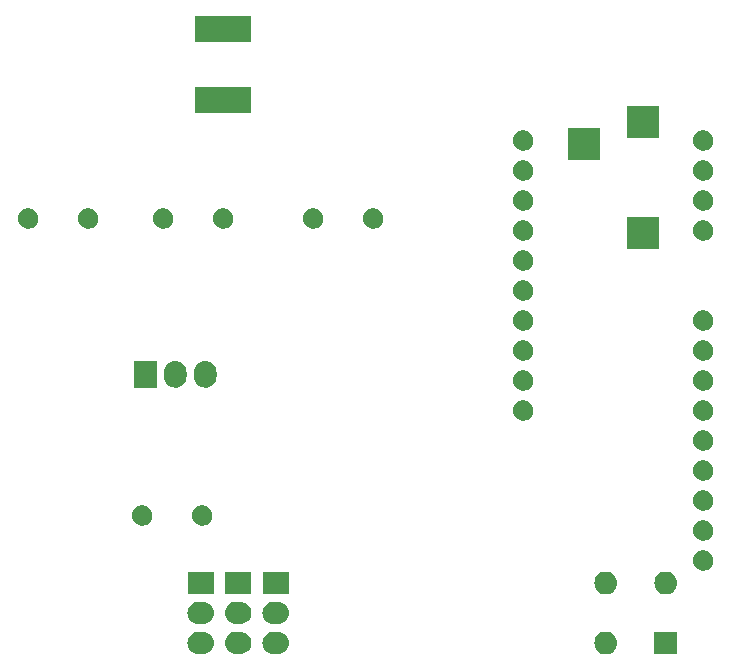
<source format=gts>
G04 #@! TF.FileFunction,Soldermask,Top*
%FSLAX46Y46*%
G04 Gerber Fmt 4.6, Leading zero omitted, Abs format (unit mm)*
G04 Created by KiCad (PCBNEW 4.0.1-stable) date 2016/06/15 21:34:56*
%MOMM*%
G01*
G04 APERTURE LIST*
%ADD10C,0.100000*%
G04 APERTURE END LIST*
D10*
G36*
X148059810Y-137710012D02*
X148059819Y-137710015D01*
X148059859Y-137710019D01*
X148239510Y-137765631D01*
X148404938Y-137855077D01*
X148549842Y-137974952D01*
X148668703Y-138120690D01*
X148756993Y-138286739D01*
X148811348Y-138466774D01*
X148829700Y-138653938D01*
X148829700Y-138663262D01*
X148829606Y-138676716D01*
X148808643Y-138863606D01*
X148751779Y-139042864D01*
X148661179Y-139207664D01*
X148540296Y-139351728D01*
X148393732Y-139469568D01*
X148227071Y-139556696D01*
X148046661Y-139609794D01*
X148046622Y-139609798D01*
X148046614Y-139609800D01*
X147859375Y-139626841D01*
X147672390Y-139607188D01*
X147672381Y-139607185D01*
X147672341Y-139607181D01*
X147492690Y-139551569D01*
X147327262Y-139462123D01*
X147182358Y-139342248D01*
X147063497Y-139196510D01*
X146975207Y-139030461D01*
X146920852Y-138850426D01*
X146902500Y-138663262D01*
X146902500Y-138653938D01*
X146902594Y-138640484D01*
X146923557Y-138453594D01*
X146980421Y-138274336D01*
X147071021Y-138109536D01*
X147191904Y-137965472D01*
X147338468Y-137847632D01*
X147505129Y-137760504D01*
X147685539Y-137707406D01*
X147685578Y-137707402D01*
X147685586Y-137707400D01*
X147872825Y-137690359D01*
X148059810Y-137710012D01*
X148059810Y-137710012D01*
G37*
G36*
X153909700Y-139622200D02*
X151982500Y-139622200D01*
X151982500Y-137695000D01*
X153909700Y-137695000D01*
X153909700Y-139622200D01*
X153909700Y-139622200D01*
G37*
G36*
X120091158Y-137695051D02*
X120097354Y-137695094D01*
X120284244Y-137716057D01*
X120463502Y-137772921D01*
X120628302Y-137863521D01*
X120772366Y-137984404D01*
X120890206Y-138130968D01*
X120977334Y-138297629D01*
X121030432Y-138478039D01*
X121030436Y-138478078D01*
X121030438Y-138478086D01*
X121047479Y-138665325D01*
X121027826Y-138852310D01*
X121027823Y-138852319D01*
X121027819Y-138852359D01*
X120972207Y-139032010D01*
X120882761Y-139197438D01*
X120762886Y-139342342D01*
X120617148Y-139461203D01*
X120451099Y-139549493D01*
X120271064Y-139603848D01*
X120083900Y-139622200D01*
X119768265Y-139622200D01*
X119761042Y-139622149D01*
X119754846Y-139622106D01*
X119567956Y-139601143D01*
X119388698Y-139544279D01*
X119223898Y-139453679D01*
X119079834Y-139332796D01*
X118961994Y-139186232D01*
X118874866Y-139019571D01*
X118821768Y-138839161D01*
X118821764Y-138839122D01*
X118821762Y-138839114D01*
X118804721Y-138651875D01*
X118824374Y-138464890D01*
X118824377Y-138464881D01*
X118824381Y-138464841D01*
X118879993Y-138285190D01*
X118969439Y-138119762D01*
X119089314Y-137974858D01*
X119235052Y-137855997D01*
X119401101Y-137767707D01*
X119581136Y-137713352D01*
X119768300Y-137695000D01*
X120083935Y-137695000D01*
X120091158Y-137695051D01*
X120091158Y-137695051D01*
G37*
G36*
X113741158Y-137695051D02*
X113747354Y-137695094D01*
X113934244Y-137716057D01*
X114113502Y-137772921D01*
X114278302Y-137863521D01*
X114422366Y-137984404D01*
X114540206Y-138130968D01*
X114627334Y-138297629D01*
X114680432Y-138478039D01*
X114680436Y-138478078D01*
X114680438Y-138478086D01*
X114697479Y-138665325D01*
X114677826Y-138852310D01*
X114677823Y-138852319D01*
X114677819Y-138852359D01*
X114622207Y-139032010D01*
X114532761Y-139197438D01*
X114412886Y-139342342D01*
X114267148Y-139461203D01*
X114101099Y-139549493D01*
X113921064Y-139603848D01*
X113733900Y-139622200D01*
X113418265Y-139622200D01*
X113411042Y-139622149D01*
X113404846Y-139622106D01*
X113217956Y-139601143D01*
X113038698Y-139544279D01*
X112873898Y-139453679D01*
X112729834Y-139332796D01*
X112611994Y-139186232D01*
X112524866Y-139019571D01*
X112471768Y-138839161D01*
X112471764Y-138839122D01*
X112471762Y-138839114D01*
X112454721Y-138651875D01*
X112474374Y-138464890D01*
X112474377Y-138464881D01*
X112474381Y-138464841D01*
X112529993Y-138285190D01*
X112619439Y-138119762D01*
X112739314Y-137974858D01*
X112885052Y-137855997D01*
X113051101Y-137767707D01*
X113231136Y-137713352D01*
X113418300Y-137695000D01*
X113733935Y-137695000D01*
X113741158Y-137695051D01*
X113741158Y-137695051D01*
G37*
G36*
X116916158Y-137695051D02*
X116922354Y-137695094D01*
X117109244Y-137716057D01*
X117288502Y-137772921D01*
X117453302Y-137863521D01*
X117597366Y-137984404D01*
X117715206Y-138130968D01*
X117802334Y-138297629D01*
X117855432Y-138478039D01*
X117855436Y-138478078D01*
X117855438Y-138478086D01*
X117872479Y-138665325D01*
X117852826Y-138852310D01*
X117852823Y-138852319D01*
X117852819Y-138852359D01*
X117797207Y-139032010D01*
X117707761Y-139197438D01*
X117587886Y-139342342D01*
X117442148Y-139461203D01*
X117276099Y-139549493D01*
X117096064Y-139603848D01*
X116908900Y-139622200D01*
X116593265Y-139622200D01*
X116586042Y-139622149D01*
X116579846Y-139622106D01*
X116392956Y-139601143D01*
X116213698Y-139544279D01*
X116048898Y-139453679D01*
X115904834Y-139332796D01*
X115786994Y-139186232D01*
X115699866Y-139019571D01*
X115646768Y-138839161D01*
X115646764Y-138839122D01*
X115646762Y-138839114D01*
X115629721Y-138651875D01*
X115649374Y-138464890D01*
X115649377Y-138464881D01*
X115649381Y-138464841D01*
X115704993Y-138285190D01*
X115794439Y-138119762D01*
X115914314Y-137974858D01*
X116060052Y-137855997D01*
X116226101Y-137767707D01*
X116406136Y-137713352D01*
X116593300Y-137695000D01*
X116908935Y-137695000D01*
X116916158Y-137695051D01*
X116916158Y-137695051D01*
G37*
G36*
X120091158Y-135155051D02*
X120097354Y-135155094D01*
X120284244Y-135176057D01*
X120463502Y-135232921D01*
X120628302Y-135323521D01*
X120772366Y-135444404D01*
X120890206Y-135590968D01*
X120977334Y-135757629D01*
X121030432Y-135938039D01*
X121030436Y-135938078D01*
X121030438Y-135938086D01*
X121047479Y-136125325D01*
X121027826Y-136312310D01*
X121027823Y-136312319D01*
X121027819Y-136312359D01*
X120972207Y-136492010D01*
X120882761Y-136657438D01*
X120762886Y-136802342D01*
X120617148Y-136921203D01*
X120451099Y-137009493D01*
X120271064Y-137063848D01*
X120083900Y-137082200D01*
X119768265Y-137082200D01*
X119761042Y-137082149D01*
X119754846Y-137082106D01*
X119567956Y-137061143D01*
X119388698Y-137004279D01*
X119223898Y-136913679D01*
X119079834Y-136792796D01*
X118961994Y-136646232D01*
X118874866Y-136479571D01*
X118821768Y-136299161D01*
X118821764Y-136299122D01*
X118821762Y-136299114D01*
X118804721Y-136111875D01*
X118824374Y-135924890D01*
X118824377Y-135924881D01*
X118824381Y-135924841D01*
X118879993Y-135745190D01*
X118969439Y-135579762D01*
X119089314Y-135434858D01*
X119235052Y-135315997D01*
X119401101Y-135227707D01*
X119581136Y-135173352D01*
X119768300Y-135155000D01*
X120083935Y-135155000D01*
X120091158Y-135155051D01*
X120091158Y-135155051D01*
G37*
G36*
X116916158Y-135155051D02*
X116922354Y-135155094D01*
X117109244Y-135176057D01*
X117288502Y-135232921D01*
X117453302Y-135323521D01*
X117597366Y-135444404D01*
X117715206Y-135590968D01*
X117802334Y-135757629D01*
X117855432Y-135938039D01*
X117855436Y-135938078D01*
X117855438Y-135938086D01*
X117872479Y-136125325D01*
X117852826Y-136312310D01*
X117852823Y-136312319D01*
X117852819Y-136312359D01*
X117797207Y-136492010D01*
X117707761Y-136657438D01*
X117587886Y-136802342D01*
X117442148Y-136921203D01*
X117276099Y-137009493D01*
X117096064Y-137063848D01*
X116908900Y-137082200D01*
X116593265Y-137082200D01*
X116586042Y-137082149D01*
X116579846Y-137082106D01*
X116392956Y-137061143D01*
X116213698Y-137004279D01*
X116048898Y-136913679D01*
X115904834Y-136792796D01*
X115786994Y-136646232D01*
X115699866Y-136479571D01*
X115646768Y-136299161D01*
X115646764Y-136299122D01*
X115646762Y-136299114D01*
X115629721Y-136111875D01*
X115649374Y-135924890D01*
X115649377Y-135924881D01*
X115649381Y-135924841D01*
X115704993Y-135745190D01*
X115794439Y-135579762D01*
X115914314Y-135434858D01*
X116060052Y-135315997D01*
X116226101Y-135227707D01*
X116406136Y-135173352D01*
X116593300Y-135155000D01*
X116908935Y-135155000D01*
X116916158Y-135155051D01*
X116916158Y-135155051D01*
G37*
G36*
X113741158Y-135155051D02*
X113747354Y-135155094D01*
X113934244Y-135176057D01*
X114113502Y-135232921D01*
X114278302Y-135323521D01*
X114422366Y-135444404D01*
X114540206Y-135590968D01*
X114627334Y-135757629D01*
X114680432Y-135938039D01*
X114680436Y-135938078D01*
X114680438Y-135938086D01*
X114697479Y-136125325D01*
X114677826Y-136312310D01*
X114677823Y-136312319D01*
X114677819Y-136312359D01*
X114622207Y-136492010D01*
X114532761Y-136657438D01*
X114412886Y-136802342D01*
X114267148Y-136921203D01*
X114101099Y-137009493D01*
X113921064Y-137063848D01*
X113733900Y-137082200D01*
X113418265Y-137082200D01*
X113411042Y-137082149D01*
X113404846Y-137082106D01*
X113217956Y-137061143D01*
X113038698Y-137004279D01*
X112873898Y-136913679D01*
X112729834Y-136792796D01*
X112611994Y-136646232D01*
X112524866Y-136479571D01*
X112471768Y-136299161D01*
X112471764Y-136299122D01*
X112471762Y-136299114D01*
X112454721Y-136111875D01*
X112474374Y-135924890D01*
X112474377Y-135924881D01*
X112474381Y-135924841D01*
X112529993Y-135745190D01*
X112619439Y-135579762D01*
X112739314Y-135434858D01*
X112885052Y-135315997D01*
X113051101Y-135227707D01*
X113231136Y-135173352D01*
X113418300Y-135155000D01*
X113733935Y-135155000D01*
X113741158Y-135155051D01*
X113741158Y-135155051D01*
G37*
G36*
X148059810Y-132630012D02*
X148059819Y-132630015D01*
X148059859Y-132630019D01*
X148239510Y-132685631D01*
X148404938Y-132775077D01*
X148549842Y-132894952D01*
X148668703Y-133040690D01*
X148756993Y-133206739D01*
X148811348Y-133386774D01*
X148829700Y-133573938D01*
X148829700Y-133583262D01*
X148829606Y-133596716D01*
X148808643Y-133783606D01*
X148751779Y-133962864D01*
X148661179Y-134127664D01*
X148540296Y-134271728D01*
X148393732Y-134389568D01*
X148227071Y-134476696D01*
X148046661Y-134529794D01*
X148046622Y-134529798D01*
X148046614Y-134529800D01*
X147859375Y-134546841D01*
X147672390Y-134527188D01*
X147672381Y-134527185D01*
X147672341Y-134527181D01*
X147492690Y-134471569D01*
X147327262Y-134382123D01*
X147182358Y-134262248D01*
X147063497Y-134116510D01*
X146975207Y-133950461D01*
X146920852Y-133770426D01*
X146902500Y-133583262D01*
X146902500Y-133573938D01*
X146902594Y-133560484D01*
X146923557Y-133373594D01*
X146980421Y-133194336D01*
X147071021Y-133029536D01*
X147191904Y-132885472D01*
X147338468Y-132767632D01*
X147505129Y-132680504D01*
X147685539Y-132627406D01*
X147685578Y-132627402D01*
X147685586Y-132627400D01*
X147872825Y-132610359D01*
X148059810Y-132630012D01*
X148059810Y-132630012D01*
G37*
G36*
X153139810Y-132630012D02*
X153139819Y-132630015D01*
X153139859Y-132630019D01*
X153319510Y-132685631D01*
X153484938Y-132775077D01*
X153629842Y-132894952D01*
X153748703Y-133040690D01*
X153836993Y-133206739D01*
X153891348Y-133386774D01*
X153909700Y-133573938D01*
X153909700Y-133583262D01*
X153909606Y-133596716D01*
X153888643Y-133783606D01*
X153831779Y-133962864D01*
X153741179Y-134127664D01*
X153620296Y-134271728D01*
X153473732Y-134389568D01*
X153307071Y-134476696D01*
X153126661Y-134529794D01*
X153126622Y-134529798D01*
X153126614Y-134529800D01*
X152939375Y-134546841D01*
X152752390Y-134527188D01*
X152752381Y-134527185D01*
X152752341Y-134527181D01*
X152572690Y-134471569D01*
X152407262Y-134382123D01*
X152262358Y-134262248D01*
X152143497Y-134116510D01*
X152055207Y-133950461D01*
X152000852Y-133770426D01*
X151982500Y-133583262D01*
X151982500Y-133573938D01*
X151982594Y-133560484D01*
X152003557Y-133373594D01*
X152060421Y-133194336D01*
X152151021Y-133029536D01*
X152271904Y-132885472D01*
X152418468Y-132767632D01*
X152585129Y-132680504D01*
X152765539Y-132627406D01*
X152765578Y-132627402D01*
X152765586Y-132627400D01*
X152952825Y-132610359D01*
X153139810Y-132630012D01*
X153139810Y-132630012D01*
G37*
G36*
X121042100Y-134542200D02*
X118810100Y-134542200D01*
X118810100Y-132615000D01*
X121042100Y-132615000D01*
X121042100Y-134542200D01*
X121042100Y-134542200D01*
G37*
G36*
X114692100Y-134542200D02*
X112460100Y-134542200D01*
X112460100Y-132615000D01*
X114692100Y-132615000D01*
X114692100Y-134542200D01*
X114692100Y-134542200D01*
G37*
G36*
X117867100Y-134542200D02*
X115635100Y-134542200D01*
X115635100Y-132615000D01*
X117867100Y-132615000D01*
X117867100Y-134542200D01*
X117867100Y-134542200D01*
G37*
G36*
X156211639Y-130812172D02*
X156377236Y-130846164D01*
X156533071Y-130911672D01*
X156673219Y-131006202D01*
X156792337Y-131126155D01*
X156885888Y-131266959D01*
X156950303Y-131423245D01*
X156983071Y-131588733D01*
X156983071Y-131588743D01*
X156983137Y-131589077D01*
X156980441Y-131782160D01*
X156980365Y-131782494D01*
X156980365Y-131782505D01*
X156942991Y-131947006D01*
X156874233Y-132101439D01*
X156776790Y-132239574D01*
X156654366Y-132356156D01*
X156511639Y-132446734D01*
X156354031Y-132507867D01*
X156187554Y-132537220D01*
X156018544Y-132533681D01*
X155853436Y-132497379D01*
X155698531Y-132429703D01*
X155559713Y-132333222D01*
X155442284Y-132211620D01*
X155350712Y-132069528D01*
X155288481Y-131912352D01*
X155257964Y-131746076D01*
X155260325Y-131577047D01*
X155295471Y-131411697D01*
X155362067Y-131256318D01*
X155457573Y-131116835D01*
X155578354Y-130998557D01*
X155719805Y-130905994D01*
X155876544Y-130842667D01*
X156042593Y-130810992D01*
X156211639Y-130812172D01*
X156211639Y-130812172D01*
G37*
G36*
X156211639Y-128272172D02*
X156377236Y-128306164D01*
X156533071Y-128371672D01*
X156673219Y-128466202D01*
X156792337Y-128586155D01*
X156885888Y-128726959D01*
X156950303Y-128883245D01*
X156983071Y-129048733D01*
X156983071Y-129048743D01*
X156983137Y-129049077D01*
X156980441Y-129242160D01*
X156980365Y-129242494D01*
X156980365Y-129242505D01*
X156942991Y-129407006D01*
X156874233Y-129561439D01*
X156776790Y-129699574D01*
X156654366Y-129816156D01*
X156511639Y-129906734D01*
X156354031Y-129967867D01*
X156187554Y-129997220D01*
X156018544Y-129993681D01*
X155853436Y-129957379D01*
X155698531Y-129889703D01*
X155559713Y-129793222D01*
X155442284Y-129671620D01*
X155350712Y-129529528D01*
X155288481Y-129372352D01*
X155257964Y-129206076D01*
X155260325Y-129037047D01*
X155295471Y-128871697D01*
X155362067Y-128716318D01*
X155457573Y-128576835D01*
X155578354Y-128458557D01*
X155719805Y-128365994D01*
X155876544Y-128302667D01*
X156042593Y-128270992D01*
X156211639Y-128272172D01*
X156211639Y-128272172D01*
G37*
G36*
X113793639Y-127002172D02*
X113959236Y-127036164D01*
X114115071Y-127101672D01*
X114255219Y-127196202D01*
X114374337Y-127316155D01*
X114467888Y-127456959D01*
X114532303Y-127613245D01*
X114565071Y-127778733D01*
X114565071Y-127778743D01*
X114565137Y-127779077D01*
X114562441Y-127972160D01*
X114562365Y-127972494D01*
X114562365Y-127972505D01*
X114524991Y-128137006D01*
X114456233Y-128291439D01*
X114358790Y-128429574D01*
X114236366Y-128546156D01*
X114093639Y-128636734D01*
X113936031Y-128697867D01*
X113769554Y-128727220D01*
X113600544Y-128723681D01*
X113435436Y-128687379D01*
X113280531Y-128619703D01*
X113141713Y-128523222D01*
X113024284Y-128401620D01*
X112932712Y-128259528D01*
X112870481Y-128102352D01*
X112839964Y-127936076D01*
X112842325Y-127767047D01*
X112877471Y-127601697D01*
X112944067Y-127446318D01*
X113039573Y-127306835D01*
X113160354Y-127188557D01*
X113301805Y-127095994D01*
X113458544Y-127032667D01*
X113624593Y-127000992D01*
X113793639Y-127002172D01*
X113793639Y-127002172D01*
G37*
G36*
X108713639Y-127002172D02*
X108879236Y-127036164D01*
X109035071Y-127101672D01*
X109175219Y-127196202D01*
X109294337Y-127316155D01*
X109387888Y-127456959D01*
X109452303Y-127613245D01*
X109485071Y-127778733D01*
X109485071Y-127778743D01*
X109485137Y-127779077D01*
X109482441Y-127972160D01*
X109482365Y-127972494D01*
X109482365Y-127972505D01*
X109444991Y-128137006D01*
X109376233Y-128291439D01*
X109278790Y-128429574D01*
X109156366Y-128546156D01*
X109013639Y-128636734D01*
X108856031Y-128697867D01*
X108689554Y-128727220D01*
X108520544Y-128723681D01*
X108355436Y-128687379D01*
X108200531Y-128619703D01*
X108061713Y-128523222D01*
X107944284Y-128401620D01*
X107852712Y-128259528D01*
X107790481Y-128102352D01*
X107759964Y-127936076D01*
X107762325Y-127767047D01*
X107797471Y-127601697D01*
X107864067Y-127446318D01*
X107959573Y-127306835D01*
X108080354Y-127188557D01*
X108221805Y-127095994D01*
X108378544Y-127032667D01*
X108544593Y-127000992D01*
X108713639Y-127002172D01*
X108713639Y-127002172D01*
G37*
G36*
X156211639Y-125732172D02*
X156377236Y-125766164D01*
X156533071Y-125831672D01*
X156673219Y-125926202D01*
X156792337Y-126046155D01*
X156885888Y-126186959D01*
X156950303Y-126343245D01*
X156983071Y-126508733D01*
X156983071Y-126508743D01*
X156983137Y-126509077D01*
X156980441Y-126702160D01*
X156980365Y-126702494D01*
X156980365Y-126702505D01*
X156942991Y-126867006D01*
X156874233Y-127021439D01*
X156776790Y-127159574D01*
X156654366Y-127276156D01*
X156511639Y-127366734D01*
X156354031Y-127427867D01*
X156187554Y-127457220D01*
X156018544Y-127453681D01*
X155853436Y-127417379D01*
X155698531Y-127349703D01*
X155559713Y-127253222D01*
X155442284Y-127131620D01*
X155350712Y-126989528D01*
X155288481Y-126832352D01*
X155257964Y-126666076D01*
X155260325Y-126497047D01*
X155295471Y-126331697D01*
X155362067Y-126176318D01*
X155457573Y-126036835D01*
X155578354Y-125918557D01*
X155719805Y-125825994D01*
X155876544Y-125762667D01*
X156042593Y-125730992D01*
X156211639Y-125732172D01*
X156211639Y-125732172D01*
G37*
G36*
X156211639Y-123192172D02*
X156377236Y-123226164D01*
X156533071Y-123291672D01*
X156673219Y-123386202D01*
X156792337Y-123506155D01*
X156885888Y-123646959D01*
X156950303Y-123803245D01*
X156983071Y-123968733D01*
X156983071Y-123968743D01*
X156983137Y-123969077D01*
X156980441Y-124162160D01*
X156980365Y-124162494D01*
X156980365Y-124162505D01*
X156942991Y-124327006D01*
X156874233Y-124481439D01*
X156776790Y-124619574D01*
X156654366Y-124736156D01*
X156511639Y-124826734D01*
X156354031Y-124887867D01*
X156187554Y-124917220D01*
X156018544Y-124913681D01*
X155853436Y-124877379D01*
X155698531Y-124809703D01*
X155559713Y-124713222D01*
X155442284Y-124591620D01*
X155350712Y-124449528D01*
X155288481Y-124292352D01*
X155257964Y-124126076D01*
X155260325Y-123957047D01*
X155295471Y-123791697D01*
X155362067Y-123636318D01*
X155457573Y-123496835D01*
X155578354Y-123378557D01*
X155719805Y-123285994D01*
X155876544Y-123222667D01*
X156042593Y-123190992D01*
X156211639Y-123192172D01*
X156211639Y-123192172D01*
G37*
G36*
X156211639Y-120652172D02*
X156377236Y-120686164D01*
X156533071Y-120751672D01*
X156673219Y-120846202D01*
X156792337Y-120966155D01*
X156885888Y-121106959D01*
X156950303Y-121263245D01*
X156983071Y-121428733D01*
X156983071Y-121428743D01*
X156983137Y-121429077D01*
X156980441Y-121622160D01*
X156980365Y-121622494D01*
X156980365Y-121622505D01*
X156942991Y-121787006D01*
X156874233Y-121941439D01*
X156776790Y-122079574D01*
X156654366Y-122196156D01*
X156511639Y-122286734D01*
X156354031Y-122347867D01*
X156187554Y-122377220D01*
X156018544Y-122373681D01*
X155853436Y-122337379D01*
X155698531Y-122269703D01*
X155559713Y-122173222D01*
X155442284Y-122051620D01*
X155350712Y-121909528D01*
X155288481Y-121752352D01*
X155257964Y-121586076D01*
X155260325Y-121417047D01*
X155295471Y-121251697D01*
X155362067Y-121096318D01*
X155457573Y-120956835D01*
X155578354Y-120838557D01*
X155719805Y-120745994D01*
X155876544Y-120682667D01*
X156042593Y-120650992D01*
X156211639Y-120652172D01*
X156211639Y-120652172D01*
G37*
G36*
X140971639Y-118112172D02*
X141137236Y-118146164D01*
X141293071Y-118211672D01*
X141433219Y-118306202D01*
X141552337Y-118426155D01*
X141645888Y-118566959D01*
X141710303Y-118723245D01*
X141743071Y-118888733D01*
X141743071Y-118888743D01*
X141743137Y-118889077D01*
X141740441Y-119082160D01*
X141740365Y-119082494D01*
X141740365Y-119082505D01*
X141702991Y-119247006D01*
X141634233Y-119401439D01*
X141536790Y-119539574D01*
X141414366Y-119656156D01*
X141271639Y-119746734D01*
X141114031Y-119807867D01*
X140947554Y-119837220D01*
X140778544Y-119833681D01*
X140613436Y-119797379D01*
X140458531Y-119729703D01*
X140319713Y-119633222D01*
X140202284Y-119511620D01*
X140110712Y-119369528D01*
X140048481Y-119212352D01*
X140017964Y-119046076D01*
X140020325Y-118877047D01*
X140055471Y-118711697D01*
X140122067Y-118556318D01*
X140217573Y-118416835D01*
X140338354Y-118298557D01*
X140479805Y-118205994D01*
X140636544Y-118142667D01*
X140802593Y-118110992D01*
X140971639Y-118112172D01*
X140971639Y-118112172D01*
G37*
G36*
X156211639Y-118112172D02*
X156377236Y-118146164D01*
X156533071Y-118211672D01*
X156673219Y-118306202D01*
X156792337Y-118426155D01*
X156885888Y-118566959D01*
X156950303Y-118723245D01*
X156983071Y-118888733D01*
X156983071Y-118888743D01*
X156983137Y-118889077D01*
X156980441Y-119082160D01*
X156980365Y-119082494D01*
X156980365Y-119082505D01*
X156942991Y-119247006D01*
X156874233Y-119401439D01*
X156776790Y-119539574D01*
X156654366Y-119656156D01*
X156511639Y-119746734D01*
X156354031Y-119807867D01*
X156187554Y-119837220D01*
X156018544Y-119833681D01*
X155853436Y-119797379D01*
X155698531Y-119729703D01*
X155559713Y-119633222D01*
X155442284Y-119511620D01*
X155350712Y-119369528D01*
X155288481Y-119212352D01*
X155257964Y-119046076D01*
X155260325Y-118877047D01*
X155295471Y-118711697D01*
X155362067Y-118556318D01*
X155457573Y-118416835D01*
X155578354Y-118298557D01*
X155719805Y-118205994D01*
X155876544Y-118142667D01*
X156042593Y-118110992D01*
X156211639Y-118112172D01*
X156211639Y-118112172D01*
G37*
G36*
X140971639Y-115572172D02*
X141137236Y-115606164D01*
X141293071Y-115671672D01*
X141433219Y-115766202D01*
X141552337Y-115886155D01*
X141645888Y-116026959D01*
X141710303Y-116183245D01*
X141743071Y-116348733D01*
X141743071Y-116348743D01*
X141743137Y-116349077D01*
X141740441Y-116542160D01*
X141740365Y-116542494D01*
X141740365Y-116542505D01*
X141702991Y-116707006D01*
X141634233Y-116861439D01*
X141536790Y-116999574D01*
X141414366Y-117116156D01*
X141271639Y-117206734D01*
X141114031Y-117267867D01*
X140947554Y-117297220D01*
X140778544Y-117293681D01*
X140613436Y-117257379D01*
X140458531Y-117189703D01*
X140319713Y-117093222D01*
X140202284Y-116971620D01*
X140110712Y-116829528D01*
X140048481Y-116672352D01*
X140017964Y-116506076D01*
X140020325Y-116337047D01*
X140055471Y-116171697D01*
X140122067Y-116016318D01*
X140217573Y-115876835D01*
X140338354Y-115758557D01*
X140479805Y-115665994D01*
X140636544Y-115602667D01*
X140802593Y-115570992D01*
X140971639Y-115572172D01*
X140971639Y-115572172D01*
G37*
G36*
X156211639Y-115572172D02*
X156377236Y-115606164D01*
X156533071Y-115671672D01*
X156673219Y-115766202D01*
X156792337Y-115886155D01*
X156885888Y-116026959D01*
X156950303Y-116183245D01*
X156983071Y-116348733D01*
X156983071Y-116348743D01*
X156983137Y-116349077D01*
X156980441Y-116542160D01*
X156980365Y-116542494D01*
X156980365Y-116542505D01*
X156942991Y-116707006D01*
X156874233Y-116861439D01*
X156776790Y-116999574D01*
X156654366Y-117116156D01*
X156511639Y-117206734D01*
X156354031Y-117267867D01*
X156187554Y-117297220D01*
X156018544Y-117293681D01*
X155853436Y-117257379D01*
X155698531Y-117189703D01*
X155559713Y-117093222D01*
X155442284Y-116971620D01*
X155350712Y-116829528D01*
X155288481Y-116672352D01*
X155257964Y-116506076D01*
X155260325Y-116337047D01*
X155295471Y-116171697D01*
X155362067Y-116016318D01*
X155457573Y-115876835D01*
X155578354Y-115758557D01*
X155719805Y-115665994D01*
X155876544Y-115602667D01*
X156042593Y-115570992D01*
X156211639Y-115572172D01*
X156211639Y-115572172D01*
G37*
G36*
X114150810Y-114823874D02*
X114150819Y-114823877D01*
X114150859Y-114823881D01*
X114330510Y-114879493D01*
X114495938Y-114968939D01*
X114640842Y-115088814D01*
X114759703Y-115234552D01*
X114847993Y-115400601D01*
X114902348Y-115580636D01*
X114920700Y-115767800D01*
X114920700Y-116083400D01*
X114920606Y-116096854D01*
X114899643Y-116283744D01*
X114842779Y-116463002D01*
X114752179Y-116627802D01*
X114631296Y-116771866D01*
X114484732Y-116889706D01*
X114318071Y-116976834D01*
X114137661Y-117029932D01*
X114137622Y-117029936D01*
X114137614Y-117029938D01*
X113950375Y-117046979D01*
X113763390Y-117027326D01*
X113763381Y-117027323D01*
X113763341Y-117027319D01*
X113583690Y-116971707D01*
X113418262Y-116882261D01*
X113273358Y-116762386D01*
X113154497Y-116616648D01*
X113066207Y-116450599D01*
X113011852Y-116270564D01*
X112993500Y-116083400D01*
X112993500Y-115767800D01*
X112993594Y-115754346D01*
X113014557Y-115567456D01*
X113071421Y-115388198D01*
X113162021Y-115223398D01*
X113282904Y-115079334D01*
X113429468Y-114961494D01*
X113596129Y-114874366D01*
X113776539Y-114821268D01*
X113776578Y-114821264D01*
X113776586Y-114821262D01*
X113963825Y-114804221D01*
X114150810Y-114823874D01*
X114150810Y-114823874D01*
G37*
G36*
X111610810Y-114823874D02*
X111610819Y-114823877D01*
X111610859Y-114823881D01*
X111790510Y-114879493D01*
X111955938Y-114968939D01*
X112100842Y-115088814D01*
X112219703Y-115234552D01*
X112307993Y-115400601D01*
X112362348Y-115580636D01*
X112380700Y-115767800D01*
X112380700Y-116083400D01*
X112380606Y-116096854D01*
X112359643Y-116283744D01*
X112302779Y-116463002D01*
X112212179Y-116627802D01*
X112091296Y-116771866D01*
X111944732Y-116889706D01*
X111778071Y-116976834D01*
X111597661Y-117029932D01*
X111597622Y-117029936D01*
X111597614Y-117029938D01*
X111410375Y-117046979D01*
X111223390Y-117027326D01*
X111223381Y-117027323D01*
X111223341Y-117027319D01*
X111043690Y-116971707D01*
X110878262Y-116882261D01*
X110733358Y-116762386D01*
X110614497Y-116616648D01*
X110526207Y-116450599D01*
X110471852Y-116270564D01*
X110453500Y-116083400D01*
X110453500Y-115767800D01*
X110453594Y-115754346D01*
X110474557Y-115567456D01*
X110531421Y-115388198D01*
X110622021Y-115223398D01*
X110742904Y-115079334D01*
X110889468Y-114961494D01*
X111056129Y-114874366D01*
X111236539Y-114821268D01*
X111236578Y-114821264D01*
X111236586Y-114821262D01*
X111423825Y-114804221D01*
X111610810Y-114823874D01*
X111610810Y-114823874D01*
G37*
G36*
X109840700Y-117041600D02*
X107913500Y-117041600D01*
X107913500Y-114809600D01*
X109840700Y-114809600D01*
X109840700Y-117041600D01*
X109840700Y-117041600D01*
G37*
G36*
X156211639Y-113032172D02*
X156377236Y-113066164D01*
X156533071Y-113131672D01*
X156673219Y-113226202D01*
X156792337Y-113346155D01*
X156885888Y-113486959D01*
X156950303Y-113643245D01*
X156983071Y-113808733D01*
X156983071Y-113808743D01*
X156983137Y-113809077D01*
X156980441Y-114002160D01*
X156980365Y-114002494D01*
X156980365Y-114002505D01*
X156942991Y-114167006D01*
X156874233Y-114321439D01*
X156776790Y-114459574D01*
X156654366Y-114576156D01*
X156511639Y-114666734D01*
X156354031Y-114727867D01*
X156187554Y-114757220D01*
X156018544Y-114753681D01*
X155853436Y-114717379D01*
X155698531Y-114649703D01*
X155559713Y-114553222D01*
X155442284Y-114431620D01*
X155350712Y-114289528D01*
X155288481Y-114132352D01*
X155257964Y-113966076D01*
X155260325Y-113797047D01*
X155295471Y-113631697D01*
X155362067Y-113476318D01*
X155457573Y-113336835D01*
X155578354Y-113218557D01*
X155719805Y-113125994D01*
X155876544Y-113062667D01*
X156042593Y-113030992D01*
X156211639Y-113032172D01*
X156211639Y-113032172D01*
G37*
G36*
X140971639Y-113032172D02*
X141137236Y-113066164D01*
X141293071Y-113131672D01*
X141433219Y-113226202D01*
X141552337Y-113346155D01*
X141645888Y-113486959D01*
X141710303Y-113643245D01*
X141743071Y-113808733D01*
X141743071Y-113808743D01*
X141743137Y-113809077D01*
X141740441Y-114002160D01*
X141740365Y-114002494D01*
X141740365Y-114002505D01*
X141702991Y-114167006D01*
X141634233Y-114321439D01*
X141536790Y-114459574D01*
X141414366Y-114576156D01*
X141271639Y-114666734D01*
X141114031Y-114727867D01*
X140947554Y-114757220D01*
X140778544Y-114753681D01*
X140613436Y-114717379D01*
X140458531Y-114649703D01*
X140319713Y-114553222D01*
X140202284Y-114431620D01*
X140110712Y-114289528D01*
X140048481Y-114132352D01*
X140017964Y-113966076D01*
X140020325Y-113797047D01*
X140055471Y-113631697D01*
X140122067Y-113476318D01*
X140217573Y-113336835D01*
X140338354Y-113218557D01*
X140479805Y-113125994D01*
X140636544Y-113062667D01*
X140802593Y-113030992D01*
X140971639Y-113032172D01*
X140971639Y-113032172D01*
G37*
G36*
X140971639Y-110492172D02*
X141137236Y-110526164D01*
X141293071Y-110591672D01*
X141433219Y-110686202D01*
X141552337Y-110806155D01*
X141645888Y-110946959D01*
X141710303Y-111103245D01*
X141743071Y-111268733D01*
X141743071Y-111268743D01*
X141743137Y-111269077D01*
X141740441Y-111462160D01*
X141740365Y-111462494D01*
X141740365Y-111462505D01*
X141702991Y-111627006D01*
X141634233Y-111781439D01*
X141536790Y-111919574D01*
X141414366Y-112036156D01*
X141271639Y-112126734D01*
X141114031Y-112187867D01*
X140947554Y-112217220D01*
X140778544Y-112213681D01*
X140613436Y-112177379D01*
X140458531Y-112109703D01*
X140319713Y-112013222D01*
X140202284Y-111891620D01*
X140110712Y-111749528D01*
X140048481Y-111592352D01*
X140017964Y-111426076D01*
X140020325Y-111257047D01*
X140055471Y-111091697D01*
X140122067Y-110936318D01*
X140217573Y-110796835D01*
X140338354Y-110678557D01*
X140479805Y-110585994D01*
X140636544Y-110522667D01*
X140802593Y-110490992D01*
X140971639Y-110492172D01*
X140971639Y-110492172D01*
G37*
G36*
X156211639Y-110492172D02*
X156377236Y-110526164D01*
X156533071Y-110591672D01*
X156673219Y-110686202D01*
X156792337Y-110806155D01*
X156885888Y-110946959D01*
X156950303Y-111103245D01*
X156983071Y-111268733D01*
X156983071Y-111268743D01*
X156983137Y-111269077D01*
X156980441Y-111462160D01*
X156980365Y-111462494D01*
X156980365Y-111462505D01*
X156942991Y-111627006D01*
X156874233Y-111781439D01*
X156776790Y-111919574D01*
X156654366Y-112036156D01*
X156511639Y-112126734D01*
X156354031Y-112187867D01*
X156187554Y-112217220D01*
X156018544Y-112213681D01*
X155853436Y-112177379D01*
X155698531Y-112109703D01*
X155559713Y-112013222D01*
X155442284Y-111891620D01*
X155350712Y-111749528D01*
X155288481Y-111592352D01*
X155257964Y-111426076D01*
X155260325Y-111257047D01*
X155295471Y-111091697D01*
X155362067Y-110936318D01*
X155457573Y-110796835D01*
X155578354Y-110678557D01*
X155719805Y-110585994D01*
X155876544Y-110522667D01*
X156042593Y-110490992D01*
X156211639Y-110492172D01*
X156211639Y-110492172D01*
G37*
G36*
X140971639Y-107952172D02*
X141137236Y-107986164D01*
X141293071Y-108051672D01*
X141433219Y-108146202D01*
X141552337Y-108266155D01*
X141645888Y-108406959D01*
X141710303Y-108563245D01*
X141743071Y-108728733D01*
X141743071Y-108728743D01*
X141743137Y-108729077D01*
X141740441Y-108922160D01*
X141740365Y-108922494D01*
X141740365Y-108922505D01*
X141702991Y-109087006D01*
X141634233Y-109241439D01*
X141536790Y-109379574D01*
X141414366Y-109496156D01*
X141271639Y-109586734D01*
X141114031Y-109647867D01*
X140947554Y-109677220D01*
X140778544Y-109673681D01*
X140613436Y-109637379D01*
X140458531Y-109569703D01*
X140319713Y-109473222D01*
X140202284Y-109351620D01*
X140110712Y-109209528D01*
X140048481Y-109052352D01*
X140017964Y-108886076D01*
X140020325Y-108717047D01*
X140055471Y-108551697D01*
X140122067Y-108396318D01*
X140217573Y-108256835D01*
X140338354Y-108138557D01*
X140479805Y-108045994D01*
X140636544Y-107982667D01*
X140802593Y-107950992D01*
X140971639Y-107952172D01*
X140971639Y-107952172D01*
G37*
G36*
X140971639Y-105412172D02*
X141137236Y-105446164D01*
X141293071Y-105511672D01*
X141433219Y-105606202D01*
X141552337Y-105726155D01*
X141645888Y-105866959D01*
X141710303Y-106023245D01*
X141743071Y-106188733D01*
X141743071Y-106188743D01*
X141743137Y-106189077D01*
X141740441Y-106382160D01*
X141740365Y-106382494D01*
X141740365Y-106382505D01*
X141702991Y-106547006D01*
X141634233Y-106701439D01*
X141536790Y-106839574D01*
X141414366Y-106956156D01*
X141271639Y-107046734D01*
X141114031Y-107107867D01*
X140947554Y-107137220D01*
X140778544Y-107133681D01*
X140613436Y-107097379D01*
X140458531Y-107029703D01*
X140319713Y-106933222D01*
X140202284Y-106811620D01*
X140110712Y-106669528D01*
X140048481Y-106512352D01*
X140017964Y-106346076D01*
X140020325Y-106177047D01*
X140055471Y-106011697D01*
X140122067Y-105856318D01*
X140217573Y-105716835D01*
X140338354Y-105598557D01*
X140479805Y-105505994D01*
X140636544Y-105442667D01*
X140802593Y-105410992D01*
X140971639Y-105412172D01*
X140971639Y-105412172D01*
G37*
G36*
X152351100Y-105328600D02*
X149651100Y-105328600D01*
X149651100Y-102628600D01*
X152351100Y-102628600D01*
X152351100Y-105328600D01*
X152351100Y-105328600D01*
G37*
G36*
X140971639Y-102872172D02*
X141137236Y-102906164D01*
X141293071Y-102971672D01*
X141433219Y-103066202D01*
X141552337Y-103186155D01*
X141645888Y-103326959D01*
X141710303Y-103483245D01*
X141743071Y-103648733D01*
X141743071Y-103648743D01*
X141743137Y-103649077D01*
X141740441Y-103842160D01*
X141740365Y-103842494D01*
X141740365Y-103842505D01*
X141702991Y-104007006D01*
X141634233Y-104161439D01*
X141536790Y-104299574D01*
X141414366Y-104416156D01*
X141271639Y-104506734D01*
X141114031Y-104567867D01*
X140947554Y-104597220D01*
X140778544Y-104593681D01*
X140613436Y-104557379D01*
X140458531Y-104489703D01*
X140319713Y-104393222D01*
X140202284Y-104271620D01*
X140110712Y-104129528D01*
X140048481Y-103972352D01*
X140017964Y-103806076D01*
X140020325Y-103637047D01*
X140055471Y-103471697D01*
X140122067Y-103316318D01*
X140217573Y-103176835D01*
X140338354Y-103058557D01*
X140479805Y-102965994D01*
X140636544Y-102902667D01*
X140802593Y-102870992D01*
X140971639Y-102872172D01*
X140971639Y-102872172D01*
G37*
G36*
X156211639Y-102872172D02*
X156377236Y-102906164D01*
X156533071Y-102971672D01*
X156673219Y-103066202D01*
X156792337Y-103186155D01*
X156885888Y-103326959D01*
X156950303Y-103483245D01*
X156983071Y-103648733D01*
X156983071Y-103648743D01*
X156983137Y-103649077D01*
X156980441Y-103842160D01*
X156980365Y-103842494D01*
X156980365Y-103842505D01*
X156942991Y-104007006D01*
X156874233Y-104161439D01*
X156776790Y-104299574D01*
X156654366Y-104416156D01*
X156511639Y-104506734D01*
X156354031Y-104567867D01*
X156187554Y-104597220D01*
X156018544Y-104593681D01*
X155853436Y-104557379D01*
X155698531Y-104489703D01*
X155559713Y-104393222D01*
X155442284Y-104271620D01*
X155350712Y-104129528D01*
X155288481Y-103972352D01*
X155257964Y-103806076D01*
X155260325Y-103637047D01*
X155295471Y-103471697D01*
X155362067Y-103316318D01*
X155457573Y-103176835D01*
X155578354Y-103058557D01*
X155719805Y-102965994D01*
X155876544Y-102902667D01*
X156042593Y-102870992D01*
X156211639Y-102872172D01*
X156211639Y-102872172D01*
G37*
G36*
X110491639Y-101856172D02*
X110657236Y-101890164D01*
X110813071Y-101955672D01*
X110953219Y-102050202D01*
X111072337Y-102170155D01*
X111165888Y-102310959D01*
X111230303Y-102467245D01*
X111263071Y-102632733D01*
X111263071Y-102632743D01*
X111263137Y-102633077D01*
X111260441Y-102826160D01*
X111260365Y-102826494D01*
X111260365Y-102826505D01*
X111222991Y-102991006D01*
X111154233Y-103145439D01*
X111056790Y-103283574D01*
X110934366Y-103400156D01*
X110791639Y-103490734D01*
X110634031Y-103551867D01*
X110467554Y-103581220D01*
X110298544Y-103577681D01*
X110133436Y-103541379D01*
X109978531Y-103473703D01*
X109839713Y-103377222D01*
X109722284Y-103255620D01*
X109630712Y-103113528D01*
X109568481Y-102956352D01*
X109537964Y-102790076D01*
X109540325Y-102621047D01*
X109575471Y-102455697D01*
X109642067Y-102300318D01*
X109737573Y-102160835D01*
X109858354Y-102042557D01*
X109999805Y-101949994D01*
X110156544Y-101886667D01*
X110322593Y-101854992D01*
X110491639Y-101856172D01*
X110491639Y-101856172D01*
G37*
G36*
X99061639Y-101856172D02*
X99227236Y-101890164D01*
X99383071Y-101955672D01*
X99523219Y-102050202D01*
X99642337Y-102170155D01*
X99735888Y-102310959D01*
X99800303Y-102467245D01*
X99833071Y-102632733D01*
X99833071Y-102632743D01*
X99833137Y-102633077D01*
X99830441Y-102826160D01*
X99830365Y-102826494D01*
X99830365Y-102826505D01*
X99792991Y-102991006D01*
X99724233Y-103145439D01*
X99626790Y-103283574D01*
X99504366Y-103400156D01*
X99361639Y-103490734D01*
X99204031Y-103551867D01*
X99037554Y-103581220D01*
X98868544Y-103577681D01*
X98703436Y-103541379D01*
X98548531Y-103473703D01*
X98409713Y-103377222D01*
X98292284Y-103255620D01*
X98200712Y-103113528D01*
X98138481Y-102956352D01*
X98107964Y-102790076D01*
X98110325Y-102621047D01*
X98145471Y-102455697D01*
X98212067Y-102300318D01*
X98307573Y-102160835D01*
X98428354Y-102042557D01*
X98569805Y-101949994D01*
X98726544Y-101886667D01*
X98892593Y-101854992D01*
X99061639Y-101856172D01*
X99061639Y-101856172D01*
G37*
G36*
X104141639Y-101856172D02*
X104307236Y-101890164D01*
X104463071Y-101955672D01*
X104603219Y-102050202D01*
X104722337Y-102170155D01*
X104815888Y-102310959D01*
X104880303Y-102467245D01*
X104913071Y-102632733D01*
X104913071Y-102632743D01*
X104913137Y-102633077D01*
X104910441Y-102826160D01*
X104910365Y-102826494D01*
X104910365Y-102826505D01*
X104872991Y-102991006D01*
X104804233Y-103145439D01*
X104706790Y-103283574D01*
X104584366Y-103400156D01*
X104441639Y-103490734D01*
X104284031Y-103551867D01*
X104117554Y-103581220D01*
X103948544Y-103577681D01*
X103783436Y-103541379D01*
X103628531Y-103473703D01*
X103489713Y-103377222D01*
X103372284Y-103255620D01*
X103280712Y-103113528D01*
X103218481Y-102956352D01*
X103187964Y-102790076D01*
X103190325Y-102621047D01*
X103225471Y-102455697D01*
X103292067Y-102300318D01*
X103387573Y-102160835D01*
X103508354Y-102042557D01*
X103649805Y-101949994D01*
X103806544Y-101886667D01*
X103972593Y-101854992D01*
X104141639Y-101856172D01*
X104141639Y-101856172D01*
G37*
G36*
X115571639Y-101856172D02*
X115737236Y-101890164D01*
X115893071Y-101955672D01*
X116033219Y-102050202D01*
X116152337Y-102170155D01*
X116245888Y-102310959D01*
X116310303Y-102467245D01*
X116343071Y-102632733D01*
X116343071Y-102632743D01*
X116343137Y-102633077D01*
X116340441Y-102826160D01*
X116340365Y-102826494D01*
X116340365Y-102826505D01*
X116302991Y-102991006D01*
X116234233Y-103145439D01*
X116136790Y-103283574D01*
X116014366Y-103400156D01*
X115871639Y-103490734D01*
X115714031Y-103551867D01*
X115547554Y-103581220D01*
X115378544Y-103577681D01*
X115213436Y-103541379D01*
X115058531Y-103473703D01*
X114919713Y-103377222D01*
X114802284Y-103255620D01*
X114710712Y-103113528D01*
X114648481Y-102956352D01*
X114617964Y-102790076D01*
X114620325Y-102621047D01*
X114655471Y-102455697D01*
X114722067Y-102300318D01*
X114817573Y-102160835D01*
X114938354Y-102042557D01*
X115079805Y-101949994D01*
X115236544Y-101886667D01*
X115402593Y-101854992D01*
X115571639Y-101856172D01*
X115571639Y-101856172D01*
G37*
G36*
X128271639Y-101856172D02*
X128437236Y-101890164D01*
X128593071Y-101955672D01*
X128733219Y-102050202D01*
X128852337Y-102170155D01*
X128945888Y-102310959D01*
X129010303Y-102467245D01*
X129043071Y-102632733D01*
X129043071Y-102632743D01*
X129043137Y-102633077D01*
X129040441Y-102826160D01*
X129040365Y-102826494D01*
X129040365Y-102826505D01*
X129002991Y-102991006D01*
X128934233Y-103145439D01*
X128836790Y-103283574D01*
X128714366Y-103400156D01*
X128571639Y-103490734D01*
X128414031Y-103551867D01*
X128247554Y-103581220D01*
X128078544Y-103577681D01*
X127913436Y-103541379D01*
X127758531Y-103473703D01*
X127619713Y-103377222D01*
X127502284Y-103255620D01*
X127410712Y-103113528D01*
X127348481Y-102956352D01*
X127317964Y-102790076D01*
X127320325Y-102621047D01*
X127355471Y-102455697D01*
X127422067Y-102300318D01*
X127517573Y-102160835D01*
X127638354Y-102042557D01*
X127779805Y-101949994D01*
X127936544Y-101886667D01*
X128102593Y-101854992D01*
X128271639Y-101856172D01*
X128271639Y-101856172D01*
G37*
G36*
X123191639Y-101856172D02*
X123357236Y-101890164D01*
X123513071Y-101955672D01*
X123653219Y-102050202D01*
X123772337Y-102170155D01*
X123865888Y-102310959D01*
X123930303Y-102467245D01*
X123963071Y-102632733D01*
X123963071Y-102632743D01*
X123963137Y-102633077D01*
X123960441Y-102826160D01*
X123960365Y-102826494D01*
X123960365Y-102826505D01*
X123922991Y-102991006D01*
X123854233Y-103145439D01*
X123756790Y-103283574D01*
X123634366Y-103400156D01*
X123491639Y-103490734D01*
X123334031Y-103551867D01*
X123167554Y-103581220D01*
X122998544Y-103577681D01*
X122833436Y-103541379D01*
X122678531Y-103473703D01*
X122539713Y-103377222D01*
X122422284Y-103255620D01*
X122330712Y-103113528D01*
X122268481Y-102956352D01*
X122237964Y-102790076D01*
X122240325Y-102621047D01*
X122275471Y-102455697D01*
X122342067Y-102300318D01*
X122437573Y-102160835D01*
X122558354Y-102042557D01*
X122699805Y-101949994D01*
X122856544Y-101886667D01*
X123022593Y-101854992D01*
X123191639Y-101856172D01*
X123191639Y-101856172D01*
G37*
G36*
X140971639Y-100332172D02*
X141137236Y-100366164D01*
X141293071Y-100431672D01*
X141433219Y-100526202D01*
X141552337Y-100646155D01*
X141645888Y-100786959D01*
X141710303Y-100943245D01*
X141743071Y-101108733D01*
X141743071Y-101108743D01*
X141743137Y-101109077D01*
X141740441Y-101302160D01*
X141740365Y-101302494D01*
X141740365Y-101302505D01*
X141702991Y-101467006D01*
X141634233Y-101621439D01*
X141536790Y-101759574D01*
X141414366Y-101876156D01*
X141271639Y-101966734D01*
X141114031Y-102027867D01*
X140947554Y-102057220D01*
X140778544Y-102053681D01*
X140613436Y-102017379D01*
X140458531Y-101949703D01*
X140319713Y-101853222D01*
X140202284Y-101731620D01*
X140110712Y-101589528D01*
X140048481Y-101432352D01*
X140017964Y-101266076D01*
X140020325Y-101097047D01*
X140055471Y-100931697D01*
X140122067Y-100776318D01*
X140217573Y-100636835D01*
X140338354Y-100518557D01*
X140479805Y-100425994D01*
X140636544Y-100362667D01*
X140802593Y-100330992D01*
X140971639Y-100332172D01*
X140971639Y-100332172D01*
G37*
G36*
X156211639Y-100332172D02*
X156377236Y-100366164D01*
X156533071Y-100431672D01*
X156673219Y-100526202D01*
X156792337Y-100646155D01*
X156885888Y-100786959D01*
X156950303Y-100943245D01*
X156983071Y-101108733D01*
X156983071Y-101108743D01*
X156983137Y-101109077D01*
X156980441Y-101302160D01*
X156980365Y-101302494D01*
X156980365Y-101302505D01*
X156942991Y-101467006D01*
X156874233Y-101621439D01*
X156776790Y-101759574D01*
X156654366Y-101876156D01*
X156511639Y-101966734D01*
X156354031Y-102027867D01*
X156187554Y-102057220D01*
X156018544Y-102053681D01*
X155853436Y-102017379D01*
X155698531Y-101949703D01*
X155559713Y-101853222D01*
X155442284Y-101731620D01*
X155350712Y-101589528D01*
X155288481Y-101432352D01*
X155257964Y-101266076D01*
X155260325Y-101097047D01*
X155295471Y-100931697D01*
X155362067Y-100776318D01*
X155457573Y-100636835D01*
X155578354Y-100518557D01*
X155719805Y-100425994D01*
X155876544Y-100362667D01*
X156042593Y-100330992D01*
X156211639Y-100332172D01*
X156211639Y-100332172D01*
G37*
G36*
X140971639Y-97792172D02*
X141137236Y-97826164D01*
X141293071Y-97891672D01*
X141433219Y-97986202D01*
X141552337Y-98106155D01*
X141645888Y-98246959D01*
X141710303Y-98403245D01*
X141743071Y-98568733D01*
X141743071Y-98568743D01*
X141743137Y-98569077D01*
X141740441Y-98762160D01*
X141740365Y-98762494D01*
X141740365Y-98762505D01*
X141702991Y-98927006D01*
X141634233Y-99081439D01*
X141536790Y-99219574D01*
X141414366Y-99336156D01*
X141271639Y-99426734D01*
X141114031Y-99487867D01*
X140947554Y-99517220D01*
X140778544Y-99513681D01*
X140613436Y-99477379D01*
X140458531Y-99409703D01*
X140319713Y-99313222D01*
X140202284Y-99191620D01*
X140110712Y-99049528D01*
X140048481Y-98892352D01*
X140017964Y-98726076D01*
X140020325Y-98557047D01*
X140055471Y-98391697D01*
X140122067Y-98236318D01*
X140217573Y-98096835D01*
X140338354Y-97978557D01*
X140479805Y-97885994D01*
X140636544Y-97822667D01*
X140802593Y-97790992D01*
X140971639Y-97792172D01*
X140971639Y-97792172D01*
G37*
G36*
X156211639Y-97792172D02*
X156377236Y-97826164D01*
X156533071Y-97891672D01*
X156673219Y-97986202D01*
X156792337Y-98106155D01*
X156885888Y-98246959D01*
X156950303Y-98403245D01*
X156983071Y-98568733D01*
X156983071Y-98568743D01*
X156983137Y-98569077D01*
X156980441Y-98762160D01*
X156980365Y-98762494D01*
X156980365Y-98762505D01*
X156942991Y-98927006D01*
X156874233Y-99081439D01*
X156776790Y-99219574D01*
X156654366Y-99336156D01*
X156511639Y-99426734D01*
X156354031Y-99487867D01*
X156187554Y-99517220D01*
X156018544Y-99513681D01*
X155853436Y-99477379D01*
X155698531Y-99409703D01*
X155559713Y-99313222D01*
X155442284Y-99191620D01*
X155350712Y-99049528D01*
X155288481Y-98892352D01*
X155257964Y-98726076D01*
X155260325Y-98557047D01*
X155295471Y-98391697D01*
X155362067Y-98236318D01*
X155457573Y-98096835D01*
X155578354Y-97978557D01*
X155719805Y-97885994D01*
X155876544Y-97822667D01*
X156042593Y-97790992D01*
X156211639Y-97792172D01*
X156211639Y-97792172D01*
G37*
G36*
X147351100Y-97728600D02*
X144651100Y-97728600D01*
X144651100Y-95028600D01*
X147351100Y-95028600D01*
X147351100Y-97728600D01*
X147351100Y-97728600D01*
G37*
G36*
X140971639Y-95252172D02*
X141137236Y-95286164D01*
X141293071Y-95351672D01*
X141433219Y-95446202D01*
X141552337Y-95566155D01*
X141645888Y-95706959D01*
X141710303Y-95863245D01*
X141743071Y-96028733D01*
X141743071Y-96028743D01*
X141743137Y-96029077D01*
X141740441Y-96222160D01*
X141740365Y-96222494D01*
X141740365Y-96222505D01*
X141702991Y-96387006D01*
X141634233Y-96541439D01*
X141536790Y-96679574D01*
X141414366Y-96796156D01*
X141271639Y-96886734D01*
X141114031Y-96947867D01*
X140947554Y-96977220D01*
X140778544Y-96973681D01*
X140613436Y-96937379D01*
X140458531Y-96869703D01*
X140319713Y-96773222D01*
X140202284Y-96651620D01*
X140110712Y-96509528D01*
X140048481Y-96352352D01*
X140017964Y-96186076D01*
X140020325Y-96017047D01*
X140055471Y-95851697D01*
X140122067Y-95696318D01*
X140217573Y-95556835D01*
X140338354Y-95438557D01*
X140479805Y-95345994D01*
X140636544Y-95282667D01*
X140802593Y-95250992D01*
X140971639Y-95252172D01*
X140971639Y-95252172D01*
G37*
G36*
X156211639Y-95252172D02*
X156377236Y-95286164D01*
X156533071Y-95351672D01*
X156673219Y-95446202D01*
X156792337Y-95566155D01*
X156885888Y-95706959D01*
X156950303Y-95863245D01*
X156983071Y-96028733D01*
X156983071Y-96028743D01*
X156983137Y-96029077D01*
X156980441Y-96222160D01*
X156980365Y-96222494D01*
X156980365Y-96222505D01*
X156942991Y-96387006D01*
X156874233Y-96541439D01*
X156776790Y-96679574D01*
X156654366Y-96796156D01*
X156511639Y-96886734D01*
X156354031Y-96947867D01*
X156187554Y-96977220D01*
X156018544Y-96973681D01*
X155853436Y-96937379D01*
X155698531Y-96869703D01*
X155559713Y-96773222D01*
X155442284Y-96651620D01*
X155350712Y-96509528D01*
X155288481Y-96352352D01*
X155257964Y-96186076D01*
X155260325Y-96017047D01*
X155295471Y-95851697D01*
X155362067Y-95696318D01*
X155457573Y-95556835D01*
X155578354Y-95438557D01*
X155719805Y-95345994D01*
X155876544Y-95282667D01*
X156042593Y-95250992D01*
X156211639Y-95252172D01*
X156211639Y-95252172D01*
G37*
G36*
X152351100Y-95928600D02*
X149651100Y-95928600D01*
X149651100Y-93228600D01*
X152351100Y-93228600D01*
X152351100Y-95928600D01*
X152351100Y-95928600D01*
G37*
G36*
X117831100Y-93768600D02*
X113131100Y-93768600D01*
X113131100Y-91568600D01*
X117831100Y-91568600D01*
X117831100Y-93768600D01*
X117831100Y-93768600D01*
G37*
G36*
X117831100Y-87768600D02*
X113131100Y-87768600D01*
X113131100Y-85568600D01*
X117831100Y-85568600D01*
X117831100Y-87768600D01*
X117831100Y-87768600D01*
G37*
M02*

</source>
